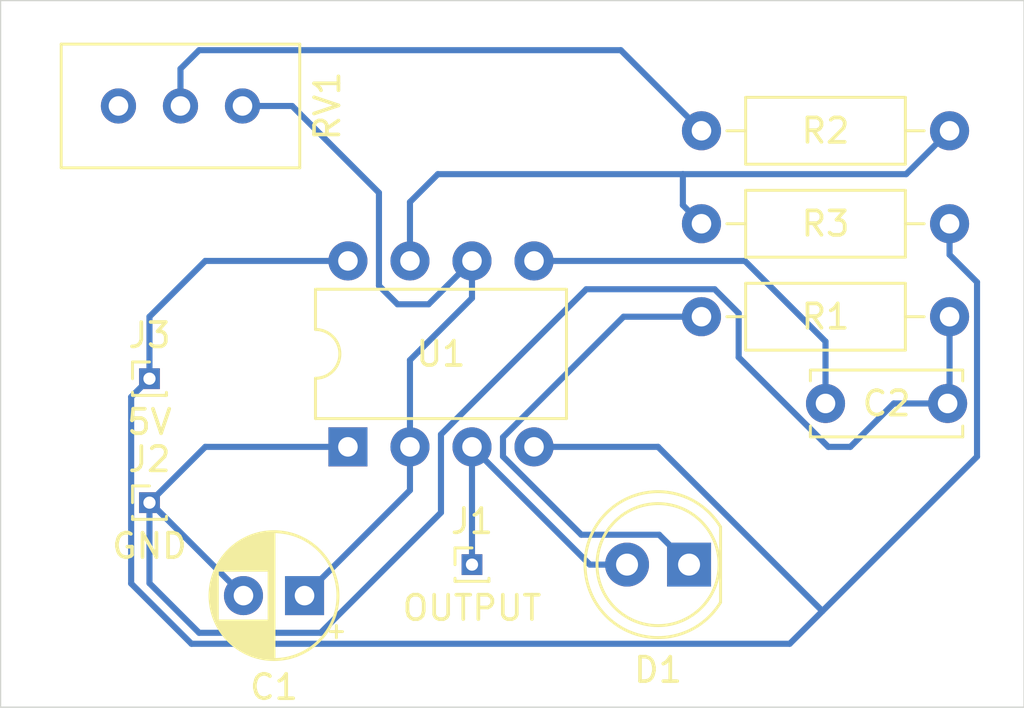
<source format=kicad_pcb>
(kicad_pcb (version 20171130) (host pcbnew "(5.1.6)-1")

  (general
    (thickness 1.6)
    (drawings 4)
    (tracks 67)
    (zones 0)
    (modules 11)
    (nets 10)
  )

  (page A4)
  (layers
    (0 F.Cu signal)
    (31 B.Cu signal)
    (32 B.Adhes user hide)
    (33 F.Adhes user hide)
    (34 B.Paste user hide)
    (35 F.Paste user hide)
    (36 B.SilkS user hide)
    (37 F.SilkS user)
    (38 B.Mask user)
    (39 F.Mask user)
    (40 Dwgs.User user hide)
    (41 Cmts.User user hide)
    (42 Eco1.User user hide)
    (43 Eco2.User user hide)
    (44 Edge.Cuts user)
    (45 Margin user hide)
    (46 B.CrtYd user hide)
    (47 F.CrtYd user hide)
    (48 B.Fab user hide)
    (49 F.Fab user hide)
  )

  (setup
    (last_trace_width 0.25)
    (trace_clearance 0.2)
    (zone_clearance 0.508)
    (zone_45_only no)
    (trace_min 0.2)
    (via_size 0.8)
    (via_drill 0.4)
    (via_min_size 0.4)
    (via_min_drill 0.3)
    (uvia_size 0.3)
    (uvia_drill 0.1)
    (uvias_allowed no)
    (uvia_min_size 0.2)
    (uvia_min_drill 0.1)
    (edge_width 0.05)
    (segment_width 0.2)
    (pcb_text_width 0.3)
    (pcb_text_size 1.5 1.5)
    (mod_edge_width 0.12)
    (mod_text_size 1 1)
    (mod_text_width 0.15)
    (pad_size 1.524 1.524)
    (pad_drill 0.762)
    (pad_to_mask_clearance 0.05)
    (aux_axis_origin 0 0)
    (visible_elements 7FFFFFFF)
    (pcbplotparams
      (layerselection 0x010f0_ffffffff)
      (usegerberextensions false)
      (usegerberattributes true)
      (usegerberadvancedattributes true)
      (creategerberjobfile true)
      (excludeedgelayer true)
      (linewidth 0.100000)
      (plotframeref false)
      (viasonmask false)
      (mode 1)
      (useauxorigin false)
      (hpglpennumber 1)
      (hpglpenspeed 20)
      (hpglpendiameter 15.000000)
      (psnegative false)
      (psa4output false)
      (plotreference true)
      (plotvalue true)
      (plotinvisibletext false)
      (padsonsilk false)
      (subtractmaskfromsilk false)
      (outputformat 1)
      (mirror false)
      (drillshape 0)
      (scaleselection 1)
      (outputdirectory "./"))
  )

  (net 0 "")
  (net 1 "Net-(C1-Pad1)")
  (net 2 GND)
  (net 3 "Net-(C2-Pad1)")
  (net 4 "Net-(D1-Pad2)")
  (net 5 "Net-(R2-Pad1)")
  (net 6 "Net-(R2-Pad2)")
  (net 7 +5V)
  (net 8 "Net-(RV1-Pad3)")
  (net 9 "Net-(D1-Pad1)")

  (net_class Default "This is the default net class."
    (clearance 0.2)
    (trace_width 0.25)
    (via_dia 0.8)
    (via_drill 0.4)
    (uvia_dia 0.3)
    (uvia_drill 0.1)
    (add_net +5V)
    (add_net GND)
    (add_net "Net-(C1-Pad1)")
    (add_net "Net-(C2-Pad1)")
    (add_net "Net-(D1-Pad1)")
    (add_net "Net-(D1-Pad2)")
    (add_net "Net-(R2-Pad1)")
    (add_net "Net-(R2-Pad2)")
    (add_net "Net-(RV1-Pad3)")
  )

  (module Resistor_THT:R_Axial_DIN0207_L6.3mm_D2.5mm_P10.16mm_Horizontal (layer F.Cu) (tedit 5AE5139B) (tstamp 5F6E7F2A)
    (at 144.526 69.596)
    (descr "Resistor, Axial_DIN0207 series, Axial, Horizontal, pin pitch=10.16mm, 0.25W = 1/4W, length*diameter=6.3*2.5mm^2, http://cdn-reichelt.de/documents/datenblatt/B400/1_4W%23YAG.pdf")
    (tags "Resistor Axial_DIN0207 series Axial Horizontal pin pitch 10.16mm 0.25W = 1/4W length 6.3mm diameter 2.5mm")
    (path /5F70EA99)
    (fp_text reference R2 (at 5.08 -2.37) (layer F.Fab) hide
      (effects (font (size 1 1) (thickness 0.15)))
    )
    (fp_text value 1K (at 5.08 2.37) (layer F.Fab) hide
      (effects (font (size 1 1) (thickness 0.15)))
    )
    (fp_line (start 1.93 -1.25) (end 1.93 1.25) (layer F.Fab) (width 0.1))
    (fp_line (start 1.93 1.25) (end 8.23 1.25) (layer F.Fab) (width 0.1))
    (fp_line (start 8.23 1.25) (end 8.23 -1.25) (layer F.Fab) (width 0.1))
    (fp_line (start 8.23 -1.25) (end 1.93 -1.25) (layer F.Fab) (width 0.1))
    (fp_line (start 0 0) (end 1.93 0) (layer F.Fab) (width 0.1))
    (fp_line (start 10.16 0) (end 8.23 0) (layer F.Fab) (width 0.1))
    (fp_line (start 1.81 -1.37) (end 1.81 1.37) (layer F.SilkS) (width 0.12))
    (fp_line (start 1.81 1.37) (end 8.35 1.37) (layer F.SilkS) (width 0.12))
    (fp_line (start 8.35 1.37) (end 8.35 -1.37) (layer F.SilkS) (width 0.12))
    (fp_line (start 8.35 -1.37) (end 1.81 -1.37) (layer F.SilkS) (width 0.12))
    (fp_line (start 1.04 0) (end 1.81 0) (layer F.SilkS) (width 0.12))
    (fp_line (start 9.12 0) (end 8.35 0) (layer F.SilkS) (width 0.12))
    (fp_line (start -1.05 -1.5) (end -1.05 1.5) (layer F.CrtYd) (width 0.05))
    (fp_line (start -1.05 1.5) (end 11.21 1.5) (layer F.CrtYd) (width 0.05))
    (fp_line (start 11.21 1.5) (end 11.21 -1.5) (layer F.CrtYd) (width 0.05))
    (fp_line (start 11.21 -1.5) (end -1.05 -1.5) (layer F.CrtYd) (width 0.05))
    (fp_text user %R (at 5.08 0) (layer F.SilkS)
      (effects (font (size 1 1) (thickness 0.15)))
    )
    (pad 1 thru_hole circle (at 0 0) (size 1.6 1.6) (drill 0.8) (layers *.Cu *.Mask)
      (net 5 "Net-(R2-Pad1)"))
    (pad 2 thru_hole oval (at 10.16 0) (size 1.6 1.6) (drill 0.8) (layers *.Cu *.Mask)
      (net 6 "Net-(R2-Pad2)"))
    (model ${KISYS3DMOD}/Resistor_THT.3dshapes/R_Axial_DIN0207_L6.3mm_D2.5mm_P10.16mm_Horizontal.wrl
      (at (xyz 0 0 0))
      (scale (xyz 1 1 1))
      (rotate (xyz 0 0 0))
    )
  )

  (module Capacitor_THT:CP_Radial_D5.0mm_P2.50mm (layer F.Cu) (tedit 5AE50EF0) (tstamp 5F6E7ED6)
    (at 128.27 88.646 180)
    (descr "CP, Radial series, Radial, pin pitch=2.50mm, , diameter=5mm, Electrolytic Capacitor")
    (tags "CP Radial series Radial pin pitch 2.50mm  diameter 5mm Electrolytic Capacitor")
    (path /5F714BA0)
    (fp_text reference C1 (at 1.25 -3.75) (layer F.SilkS)
      (effects (font (size 1 1) (thickness 0.15)))
    )
    (fp_text value 1uF (at 1.25 3.75) (layer F.Fab)
      (effects (font (size 1 1) (thickness 0.15)))
    )
    (fp_circle (center 1.25 0) (end 3.75 0) (layer F.Fab) (width 0.1))
    (fp_circle (center 1.25 0) (end 3.87 0) (layer F.SilkS) (width 0.12))
    (fp_circle (center 1.25 0) (end 4 0) (layer F.CrtYd) (width 0.05))
    (fp_line (start -0.883605 -1.0875) (end -0.383605 -1.0875) (layer F.Fab) (width 0.1))
    (fp_line (start -0.633605 -1.3375) (end -0.633605 -0.8375) (layer F.Fab) (width 0.1))
    (fp_line (start 1.25 -2.58) (end 1.25 2.58) (layer F.SilkS) (width 0.12))
    (fp_line (start 1.29 -2.58) (end 1.29 2.58) (layer F.SilkS) (width 0.12))
    (fp_line (start 1.33 -2.579) (end 1.33 2.579) (layer F.SilkS) (width 0.12))
    (fp_line (start 1.37 -2.578) (end 1.37 2.578) (layer F.SilkS) (width 0.12))
    (fp_line (start 1.41 -2.576) (end 1.41 2.576) (layer F.SilkS) (width 0.12))
    (fp_line (start 1.45 -2.573) (end 1.45 2.573) (layer F.SilkS) (width 0.12))
    (fp_line (start 1.49 -2.569) (end 1.49 -1.04) (layer F.SilkS) (width 0.12))
    (fp_line (start 1.49 1.04) (end 1.49 2.569) (layer F.SilkS) (width 0.12))
    (fp_line (start 1.53 -2.565) (end 1.53 -1.04) (layer F.SilkS) (width 0.12))
    (fp_line (start 1.53 1.04) (end 1.53 2.565) (layer F.SilkS) (width 0.12))
    (fp_line (start 1.57 -2.561) (end 1.57 -1.04) (layer F.SilkS) (width 0.12))
    (fp_line (start 1.57 1.04) (end 1.57 2.561) (layer F.SilkS) (width 0.12))
    (fp_line (start 1.61 -2.556) (end 1.61 -1.04) (layer F.SilkS) (width 0.12))
    (fp_line (start 1.61 1.04) (end 1.61 2.556) (layer F.SilkS) (width 0.12))
    (fp_line (start 1.65 -2.55) (end 1.65 -1.04) (layer F.SilkS) (width 0.12))
    (fp_line (start 1.65 1.04) (end 1.65 2.55) (layer F.SilkS) (width 0.12))
    (fp_line (start 1.69 -2.543) (end 1.69 -1.04) (layer F.SilkS) (width 0.12))
    (fp_line (start 1.69 1.04) (end 1.69 2.543) (layer F.SilkS) (width 0.12))
    (fp_line (start 1.73 -2.536) (end 1.73 -1.04) (layer F.SilkS) (width 0.12))
    (fp_line (start 1.73 1.04) (end 1.73 2.536) (layer F.SilkS) (width 0.12))
    (fp_line (start 1.77 -2.528) (end 1.77 -1.04) (layer F.SilkS) (width 0.12))
    (fp_line (start 1.77 1.04) (end 1.77 2.528) (layer F.SilkS) (width 0.12))
    (fp_line (start 1.81 -2.52) (end 1.81 -1.04) (layer F.SilkS) (width 0.12))
    (fp_line (start 1.81 1.04) (end 1.81 2.52) (layer F.SilkS) (width 0.12))
    (fp_line (start 1.85 -2.511) (end 1.85 -1.04) (layer F.SilkS) (width 0.12))
    (fp_line (start 1.85 1.04) (end 1.85 2.511) (layer F.SilkS) (width 0.12))
    (fp_line (start 1.89 -2.501) (end 1.89 -1.04) (layer F.SilkS) (width 0.12))
    (fp_line (start 1.89 1.04) (end 1.89 2.501) (layer F.SilkS) (width 0.12))
    (fp_line (start 1.93 -2.491) (end 1.93 -1.04) (layer F.SilkS) (width 0.12))
    (fp_line (start 1.93 1.04) (end 1.93 2.491) (layer F.SilkS) (width 0.12))
    (fp_line (start 1.971 -2.48) (end 1.971 -1.04) (layer F.SilkS) (width 0.12))
    (fp_line (start 1.971 1.04) (end 1.971 2.48) (layer F.SilkS) (width 0.12))
    (fp_line (start 2.011 -2.468) (end 2.011 -1.04) (layer F.SilkS) (width 0.12))
    (fp_line (start 2.011 1.04) (end 2.011 2.468) (layer F.SilkS) (width 0.12))
    (fp_line (start 2.051 -2.455) (end 2.051 -1.04) (layer F.SilkS) (width 0.12))
    (fp_line (start 2.051 1.04) (end 2.051 2.455) (layer F.SilkS) (width 0.12))
    (fp_line (start 2.091 -2.442) (end 2.091 -1.04) (layer F.SilkS) (width 0.12))
    (fp_line (start 2.091 1.04) (end 2.091 2.442) (layer F.SilkS) (width 0.12))
    (fp_line (start 2.131 -2.428) (end 2.131 -1.04) (layer F.SilkS) (width 0.12))
    (fp_line (start 2.131 1.04) (end 2.131 2.428) (layer F.SilkS) (width 0.12))
    (fp_line (start 2.171 -2.414) (end 2.171 -1.04) (layer F.SilkS) (width 0.12))
    (fp_line (start 2.171 1.04) (end 2.171 2.414) (layer F.SilkS) (width 0.12))
    (fp_line (start 2.211 -2.398) (end 2.211 -1.04) (layer F.SilkS) (width 0.12))
    (fp_line (start 2.211 1.04) (end 2.211 2.398) (layer F.SilkS) (width 0.12))
    (fp_line (start 2.251 -2.382) (end 2.251 -1.04) (layer F.SilkS) (width 0.12))
    (fp_line (start 2.251 1.04) (end 2.251 2.382) (layer F.SilkS) (width 0.12))
    (fp_line (start 2.291 -2.365) (end 2.291 -1.04) (layer F.SilkS) (width 0.12))
    (fp_line (start 2.291 1.04) (end 2.291 2.365) (layer F.SilkS) (width 0.12))
    (fp_line (start 2.331 -2.348) (end 2.331 -1.04) (layer F.SilkS) (width 0.12))
    (fp_line (start 2.331 1.04) (end 2.331 2.348) (layer F.SilkS) (width 0.12))
    (fp_line (start 2.371 -2.329) (end 2.371 -1.04) (layer F.SilkS) (width 0.12))
    (fp_line (start 2.371 1.04) (end 2.371 2.329) (layer F.SilkS) (width 0.12))
    (fp_line (start 2.411 -2.31) (end 2.411 -1.04) (layer F.SilkS) (width 0.12))
    (fp_line (start 2.411 1.04) (end 2.411 2.31) (layer F.SilkS) (width 0.12))
    (fp_line (start 2.451 -2.29) (end 2.451 -1.04) (layer F.SilkS) (width 0.12))
    (fp_line (start 2.451 1.04) (end 2.451 2.29) (layer F.SilkS) (width 0.12))
    (fp_line (start 2.491 -2.268) (end 2.491 -1.04) (layer F.SilkS) (width 0.12))
    (fp_line (start 2.491 1.04) (end 2.491 2.268) (layer F.SilkS) (width 0.12))
    (fp_line (start 2.531 -2.247) (end 2.531 -1.04) (layer F.SilkS) (width 0.12))
    (fp_line (start 2.531 1.04) (end 2.531 2.247) (layer F.SilkS) (width 0.12))
    (fp_line (start 2.571 -2.224) (end 2.571 -1.04) (layer F.SilkS) (width 0.12))
    (fp_line (start 2.571 1.04) (end 2.571 2.224) (layer F.SilkS) (width 0.12))
    (fp_line (start 2.611 -2.2) (end 2.611 -1.04) (layer F.SilkS) (width 0.12))
    (fp_line (start 2.611 1.04) (end 2.611 2.2) (layer F.SilkS) (width 0.12))
    (fp_line (start 2.651 -2.175) (end 2.651 -1.04) (layer F.SilkS) (width 0.12))
    (fp_line (start 2.651 1.04) (end 2.651 2.175) (layer F.SilkS) (width 0.12))
    (fp_line (start 2.691 -2.149) (end 2.691 -1.04) (layer F.SilkS) (width 0.12))
    (fp_line (start 2.691 1.04) (end 2.691 2.149) (layer F.SilkS) (width 0.12))
    (fp_line (start 2.731 -2.122) (end 2.731 -1.04) (layer F.SilkS) (width 0.12))
    (fp_line (start 2.731 1.04) (end 2.731 2.122) (layer F.SilkS) (width 0.12))
    (fp_line (start 2.771 -2.095) (end 2.771 -1.04) (layer F.SilkS) (width 0.12))
    (fp_line (start 2.771 1.04) (end 2.771 2.095) (layer F.SilkS) (width 0.12))
    (fp_line (start 2.811 -2.065) (end 2.811 -1.04) (layer F.SilkS) (width 0.12))
    (fp_line (start 2.811 1.04) (end 2.811 2.065) (layer F.SilkS) (width 0.12))
    (fp_line (start 2.851 -2.035) (end 2.851 -1.04) (layer F.SilkS) (width 0.12))
    (fp_line (start 2.851 1.04) (end 2.851 2.035) (layer F.SilkS) (width 0.12))
    (fp_line (start 2.891 -2.004) (end 2.891 -1.04) (layer F.SilkS) (width 0.12))
    (fp_line (start 2.891 1.04) (end 2.891 2.004) (layer F.SilkS) (width 0.12))
    (fp_line (start 2.931 -1.971) (end 2.931 -1.04) (layer F.SilkS) (width 0.12))
    (fp_line (start 2.931 1.04) (end 2.931 1.971) (layer F.SilkS) (width 0.12))
    (fp_line (start 2.971 -1.937) (end 2.971 -1.04) (layer F.SilkS) (width 0.12))
    (fp_line (start 2.971 1.04) (end 2.971 1.937) (layer F.SilkS) (width 0.12))
    (fp_line (start 3.011 -1.901) (end 3.011 -1.04) (layer F.SilkS) (width 0.12))
    (fp_line (start 3.011 1.04) (end 3.011 1.901) (layer F.SilkS) (width 0.12))
    (fp_line (start 3.051 -1.864) (end 3.051 -1.04) (layer F.SilkS) (width 0.12))
    (fp_line (start 3.051 1.04) (end 3.051 1.864) (layer F.SilkS) (width 0.12))
    (fp_line (start 3.091 -1.826) (end 3.091 -1.04) (layer F.SilkS) (width 0.12))
    (fp_line (start 3.091 1.04) (end 3.091 1.826) (layer F.SilkS) (width 0.12))
    (fp_line (start 3.131 -1.785) (end 3.131 -1.04) (layer F.SilkS) (width 0.12))
    (fp_line (start 3.131 1.04) (end 3.131 1.785) (layer F.SilkS) (width 0.12))
    (fp_line (start 3.171 -1.743) (end 3.171 -1.04) (layer F.SilkS) (width 0.12))
    (fp_line (start 3.171 1.04) (end 3.171 1.743) (layer F.SilkS) (width 0.12))
    (fp_line (start 3.211 -1.699) (end 3.211 -1.04) (layer F.SilkS) (width 0.12))
    (fp_line (start 3.211 1.04) (end 3.211 1.699) (layer F.SilkS) (width 0.12))
    (fp_line (start 3.251 -1.653) (end 3.251 -1.04) (layer F.SilkS) (width 0.12))
    (fp_line (start 3.251 1.04) (end 3.251 1.653) (layer F.SilkS) (width 0.12))
    (fp_line (start 3.291 -1.605) (end 3.291 -1.04) (layer F.SilkS) (width 0.12))
    (fp_line (start 3.291 1.04) (end 3.291 1.605) (layer F.SilkS) (width 0.12))
    (fp_line (start 3.331 -1.554) (end 3.331 -1.04) (layer F.SilkS) (width 0.12))
    (fp_line (start 3.331 1.04) (end 3.331 1.554) (layer F.SilkS) (width 0.12))
    (fp_line (start 3.371 -1.5) (end 3.371 -1.04) (layer F.SilkS) (width 0.12))
    (fp_line (start 3.371 1.04) (end 3.371 1.5) (layer F.SilkS) (width 0.12))
    (fp_line (start 3.411 -1.443) (end 3.411 -1.04) (layer F.SilkS) (width 0.12))
    (fp_line (start 3.411 1.04) (end 3.411 1.443) (layer F.SilkS) (width 0.12))
    (fp_line (start 3.451 -1.383) (end 3.451 -1.04) (layer F.SilkS) (width 0.12))
    (fp_line (start 3.451 1.04) (end 3.451 1.383) (layer F.SilkS) (width 0.12))
    (fp_line (start 3.491 -1.319) (end 3.491 -1.04) (layer F.SilkS) (width 0.12))
    (fp_line (start 3.491 1.04) (end 3.491 1.319) (layer F.SilkS) (width 0.12))
    (fp_line (start 3.531 -1.251) (end 3.531 -1.04) (layer F.SilkS) (width 0.12))
    (fp_line (start 3.531 1.04) (end 3.531 1.251) (layer F.SilkS) (width 0.12))
    (fp_line (start 3.571 -1.178) (end 3.571 1.178) (layer F.SilkS) (width 0.12))
    (fp_line (start 3.611 -1.098) (end 3.611 1.098) (layer F.SilkS) (width 0.12))
    (fp_line (start 3.651 -1.011) (end 3.651 1.011) (layer F.SilkS) (width 0.12))
    (fp_line (start 3.691 -0.915) (end 3.691 0.915) (layer F.SilkS) (width 0.12))
    (fp_line (start 3.731 -0.805) (end 3.731 0.805) (layer F.SilkS) (width 0.12))
    (fp_line (start 3.771 -0.677) (end 3.771 0.677) (layer F.SilkS) (width 0.12))
    (fp_line (start 3.811 -0.518) (end 3.811 0.518) (layer F.SilkS) (width 0.12))
    (fp_line (start 3.851 -0.284) (end 3.851 0.284) (layer F.SilkS) (width 0.12))
    (fp_line (start -1.554775 -1.475) (end -1.054775 -1.475) (layer F.SilkS) (width 0.12))
    (fp_line (start -1.304775 -1.725) (end -1.304775 -1.225) (layer F.SilkS) (width 0.12))
    (fp_text user %R (at 1.25 0) (layer F.Fab)
      (effects (font (size 1 1) (thickness 0.15)))
    )
    (pad 1 thru_hole rect (at 0 0 180) (size 1.6 1.6) (drill 0.8) (layers *.Cu *.Mask)
      (net 1 "Net-(C1-Pad1)"))
    (pad 2 thru_hole circle (at 2.5 0 180) (size 1.6 1.6) (drill 0.8) (layers *.Cu *.Mask)
      (net 2 GND))
    (model ${KISYS3DMOD}/Capacitor_THT.3dshapes/CP_Radial_D5.0mm_P2.50mm.wrl
      (at (xyz 0 0 0))
      (scale (xyz 1 1 1))
      (rotate (xyz 0 0 0))
    )
  )

  (module Capacitor_THT:C_Disc_D6.0mm_W2.5mm_P5.00mm (layer F.Cu) (tedit 5AE50EF0) (tstamp 5F6EB7BF)
    (at 149.606 80.772)
    (descr "C, Disc series, Radial, pin pitch=5.00mm, , diameter*width=6*2.5mm^2, Capacitor, http://cdn-reichelt.de/documents/datenblatt/B300/DS_KERKO_TC.pdf")
    (tags "C Disc series Radial pin pitch 5.00mm  diameter 6mm width 2.5mm Capacitor")
    (path /5F715B8E)
    (fp_text reference C2 (at 2.5 -2.5) (layer F.Fab) hide
      (effects (font (size 1 1) (thickness 0.15)))
    )
    (fp_text value 0.01uF (at 2.5 2.5) (layer F.Fab)
      (effects (font (size 1 1) (thickness 0.15)))
    )
    (fp_line (start -0.5 -1.25) (end -0.5 1.25) (layer F.Fab) (width 0.1))
    (fp_line (start -0.5 1.25) (end 5.5 1.25) (layer F.Fab) (width 0.1))
    (fp_line (start 5.5 1.25) (end 5.5 -1.25) (layer F.Fab) (width 0.1))
    (fp_line (start 5.5 -1.25) (end -0.5 -1.25) (layer F.Fab) (width 0.1))
    (fp_line (start -0.62 -1.37) (end 5.62 -1.37) (layer F.SilkS) (width 0.12))
    (fp_line (start -0.62 1.37) (end 5.62 1.37) (layer F.SilkS) (width 0.12))
    (fp_line (start -0.62 -1.37) (end -0.62 -0.925) (layer F.SilkS) (width 0.12))
    (fp_line (start -0.62 0.925) (end -0.62 1.37) (layer F.SilkS) (width 0.12))
    (fp_line (start 5.62 -1.37) (end 5.62 -0.925) (layer F.SilkS) (width 0.12))
    (fp_line (start 5.62 0.925) (end 5.62 1.37) (layer F.SilkS) (width 0.12))
    (fp_line (start -1.05 -1.5) (end -1.05 1.5) (layer F.CrtYd) (width 0.05))
    (fp_line (start -1.05 1.5) (end 6.05 1.5) (layer F.CrtYd) (width 0.05))
    (fp_line (start 6.05 1.5) (end 6.05 -1.5) (layer F.CrtYd) (width 0.05))
    (fp_line (start 6.05 -1.5) (end -1.05 -1.5) (layer F.CrtYd) (width 0.05))
    (fp_text user %R (at 2.5 0) (layer F.SilkS)
      (effects (font (size 1 1) (thickness 0.15)))
    )
    (pad 1 thru_hole circle (at 0 0) (size 1.6 1.6) (drill 0.8) (layers *.Cu *.Mask)
      (net 3 "Net-(C2-Pad1)"))
    (pad 2 thru_hole circle (at 5 0) (size 1.6 1.6) (drill 0.8) (layers *.Cu *.Mask)
      (net 2 GND))
    (model ${KISYS3DMOD}/Capacitor_THT.3dshapes/C_Disc_D6.0mm_W2.5mm_P5.00mm.wrl
      (at (xyz 0 0 0))
      (scale (xyz 1 1 1))
      (rotate (xyz 0 0 0))
    )
  )

  (module LED_THT:LED_D5.0mm (layer F.Cu) (tedit 5995936A) (tstamp 5F6E7EFD)
    (at 144.018 87.376 180)
    (descr "LED, diameter 5.0mm, 2 pins, http://cdn-reichelt.de/documents/datenblatt/A500/LL-504BC2E-009.pdf")
    (tags "LED diameter 5.0mm 2 pins")
    (path /5F7179E4)
    (fp_text reference D1 (at 1.27 -4.318) (layer F.SilkS)
      (effects (font (size 1 1) (thickness 0.15)))
    )
    (fp_text value YELLOW (at 1.27 3.96) (layer F.Fab) hide
      (effects (font (size 1 1) (thickness 0.15)))
    )
    (fp_circle (center 1.27 0) (end 3.77 0) (layer F.Fab) (width 0.1))
    (fp_circle (center 1.27 0) (end 3.77 0) (layer F.SilkS) (width 0.12))
    (fp_line (start -1.23 -1.469694) (end -1.23 1.469694) (layer F.Fab) (width 0.1))
    (fp_line (start -1.29 -1.545) (end -1.29 1.545) (layer F.SilkS) (width 0.12))
    (fp_line (start -1.95 -3.25) (end -1.95 3.25) (layer F.CrtYd) (width 0.05))
    (fp_line (start -1.95 3.25) (end 4.5 3.25) (layer F.CrtYd) (width 0.05))
    (fp_line (start 4.5 3.25) (end 4.5 -3.25) (layer F.CrtYd) (width 0.05))
    (fp_line (start 4.5 -3.25) (end -1.95 -3.25) (layer F.CrtYd) (width 0.05))
    (fp_arc (start 1.27 0) (end -1.23 -1.469694) (angle 299.1) (layer F.Fab) (width 0.1))
    (fp_arc (start 1.27 0) (end -1.29 -1.54483) (angle 148.9) (layer F.SilkS) (width 0.12))
    (fp_arc (start 1.27 0) (end -1.29 1.54483) (angle -148.9) (layer F.SilkS) (width 0.12))
    (fp_text user %R (at 1.25 0) (layer F.Fab)
      (effects (font (size 0.8 0.8) (thickness 0.2)))
    )
    (pad 1 thru_hole rect (at 0 0 180) (size 1.8 1.8) (drill 0.9) (layers *.Cu *.Mask)
      (net 9 "Net-(D1-Pad1)"))
    (pad 2 thru_hole circle (at 2.54 0 180) (size 1.8 1.8) (drill 0.9) (layers *.Cu *.Mask)
      (net 4 "Net-(D1-Pad2)"))
    (model ${KISYS3DMOD}/LED_THT.3dshapes/LED_D5.0mm.wrl
      (at (xyz 0 0 0))
      (scale (xyz 1 1 1))
      (rotate (xyz 0 0 0))
    )
  )

  (module Connector_PinHeader_1.00mm:PinHeader_1x01_P1.00mm_Vertical (layer F.Cu) (tedit 59FED738) (tstamp 5F6EB4EE)
    (at 135.128 87.376)
    (descr "Through hole straight pin header, 1x01, 1.00mm pitch, single row")
    (tags "Through hole pin header THT 1x01 1.00mm single row")
    (path /5F71B831)
    (fp_text reference J1 (at 0 -1.778) (layer F.SilkS)
      (effects (font (size 1 1) (thickness 0.15)))
    )
    (fp_text value OUTPUT (at 0 1.778) (layer F.SilkS)
      (effects (font (size 1 1) (thickness 0.15)))
    )
    (fp_line (start -0.3175 -0.5) (end 0.635 -0.5) (layer F.Fab) (width 0.1))
    (fp_line (start 0.635 -0.5) (end 0.635 0.5) (layer F.Fab) (width 0.1))
    (fp_line (start 0.635 0.5) (end -0.635 0.5) (layer F.Fab) (width 0.1))
    (fp_line (start -0.635 0.5) (end -0.635 -0.1825) (layer F.Fab) (width 0.1))
    (fp_line (start -0.635 -0.1825) (end -0.3175 -0.5) (layer F.Fab) (width 0.1))
    (fp_line (start -0.695 0.685) (end 0.695 0.685) (layer F.SilkS) (width 0.12))
    (fp_line (start -0.695 0.685) (end -0.695 0.56) (layer F.SilkS) (width 0.12))
    (fp_line (start 0.695 0.685) (end 0.695 0.56) (layer F.SilkS) (width 0.12))
    (fp_line (start -0.695 0.685) (end -0.608276 0.685) (layer F.SilkS) (width 0.12))
    (fp_line (start 0.608276 0.685) (end 0.695 0.685) (layer F.SilkS) (width 0.12))
    (fp_line (start -0.695 0) (end -0.695 -0.685) (layer F.SilkS) (width 0.12))
    (fp_line (start -0.695 -0.685) (end 0 -0.685) (layer F.SilkS) (width 0.12))
    (fp_line (start -1.15 -1) (end -1.15 1) (layer F.CrtYd) (width 0.05))
    (fp_line (start -1.15 1) (end 1.15 1) (layer F.CrtYd) (width 0.05))
    (fp_line (start 1.15 1) (end 1.15 -1) (layer F.CrtYd) (width 0.05))
    (fp_line (start 1.15 -1) (end -1.15 -1) (layer F.CrtYd) (width 0.05))
    (fp_text user %R (at 0 0 90) (layer F.Fab)
      (effects (font (size 0.76 0.76) (thickness 0.114)))
    )
    (pad 1 thru_hole rect (at 0 0) (size 0.85 0.85) (drill 0.5) (layers *.Cu *.Mask)
      (net 4 "Net-(D1-Pad2)"))
    (model ${KISYS3DMOD}/Connector_PinHeader_1.00mm.3dshapes/PinHeader_1x01_P1.00mm_Vertical.wrl
      (at (xyz 0 0 0))
      (scale (xyz 1 1 1))
      (rotate (xyz 0 0 0))
    )
  )

  (module Resistor_THT:R_Axial_DIN0207_L6.3mm_D2.5mm_P10.16mm_Horizontal (layer F.Cu) (tedit 5AE5139B) (tstamp 5F6E7F41)
    (at 154.686 73.406 180)
    (descr "Resistor, Axial_DIN0207 series, Axial, Horizontal, pin pitch=10.16mm, 0.25W = 1/4W, length*diameter=6.3*2.5mm^2, http://cdn-reichelt.de/documents/datenblatt/B400/1_4W%23YAG.pdf")
    (tags "Resistor Axial_DIN0207 series Axial Horizontal pin pitch 10.16mm 0.25W = 1/4W length 6.3mm diameter 2.5mm")
    (path /5F70F5AD)
    (fp_text reference R3 (at 5.08 -2.37) (layer F.Fab) hide
      (effects (font (size 1 1) (thickness 0.15)))
    )
    (fp_text value 1K (at 5.08 2.37) (layer F.Fab) hide
      (effects (font (size 1 1) (thickness 0.15)))
    )
    (fp_line (start 11.21 -1.5) (end -1.05 -1.5) (layer F.CrtYd) (width 0.05))
    (fp_line (start 11.21 1.5) (end 11.21 -1.5) (layer F.CrtYd) (width 0.05))
    (fp_line (start -1.05 1.5) (end 11.21 1.5) (layer F.CrtYd) (width 0.05))
    (fp_line (start -1.05 -1.5) (end -1.05 1.5) (layer F.CrtYd) (width 0.05))
    (fp_line (start 9.12 0) (end 8.35 0) (layer F.SilkS) (width 0.12))
    (fp_line (start 1.04 0) (end 1.81 0) (layer F.SilkS) (width 0.12))
    (fp_line (start 8.35 -1.37) (end 1.81 -1.37) (layer F.SilkS) (width 0.12))
    (fp_line (start 8.35 1.37) (end 8.35 -1.37) (layer F.SilkS) (width 0.12))
    (fp_line (start 1.81 1.37) (end 8.35 1.37) (layer F.SilkS) (width 0.12))
    (fp_line (start 1.81 -1.37) (end 1.81 1.37) (layer F.SilkS) (width 0.12))
    (fp_line (start 10.16 0) (end 8.23 0) (layer F.Fab) (width 0.1))
    (fp_line (start 0 0) (end 1.93 0) (layer F.Fab) (width 0.1))
    (fp_line (start 8.23 -1.25) (end 1.93 -1.25) (layer F.Fab) (width 0.1))
    (fp_line (start 8.23 1.25) (end 8.23 -1.25) (layer F.Fab) (width 0.1))
    (fp_line (start 1.93 1.25) (end 8.23 1.25) (layer F.Fab) (width 0.1))
    (fp_line (start 1.93 -1.25) (end 1.93 1.25) (layer F.Fab) (width 0.1))
    (fp_text user %R (at 5.08 0) (layer F.SilkS)
      (effects (font (size 1 1) (thickness 0.15)))
    )
    (pad 2 thru_hole oval (at 10.16 0 180) (size 1.6 1.6) (drill 0.8) (layers *.Cu *.Mask)
      (net 6 "Net-(R2-Pad2)"))
    (pad 1 thru_hole circle (at 0 0 180) (size 1.6 1.6) (drill 0.8) (layers *.Cu *.Mask)
      (net 7 +5V))
    (model ${KISYS3DMOD}/Resistor_THT.3dshapes/R_Axial_DIN0207_L6.3mm_D2.5mm_P10.16mm_Horizontal.wrl
      (at (xyz 0 0 0))
      (scale (xyz 1 1 1))
      (rotate (xyz 0 0 0))
    )
  )

  (module Potentiometer_THT:Potentiometer_Bourns_3386C_Horizontal (layer F.Cu) (tedit 5AA07388) (tstamp 5F6E89C1)
    (at 125.73 68.58 270)
    (descr "Potentiometer, horizontal, Bourns 3386C, https://www.bourns.com/pdfs/3386.pdf")
    (tags "Potentiometer horizontal Bourns 3386C")
    (path /5F70DA65)
    (fp_text reference RV1 (at 0 -3.475 90) (layer F.SilkS)
      (effects (font (size 1 1) (thickness 0.15)))
    )
    (fp_text value 1M (at 0 8.555 90) (layer F.Fab) hide
      (effects (font (size 1 1) (thickness 0.15)))
    )
    (fp_line (start 2.415 -2.225) (end 2.415 7.305) (layer F.Fab) (width 0.1))
    (fp_line (start 2.415 7.305) (end -2.415 7.305) (layer F.Fab) (width 0.1))
    (fp_line (start -2.415 7.305) (end -2.415 -2.225) (layer F.Fab) (width 0.1))
    (fp_line (start -2.415 -2.225) (end 2.415 -2.225) (layer F.Fab) (width 0.1))
    (fp_line (start -2.535 -2.345) (end 2.535 -2.345) (layer F.SilkS) (width 0.12))
    (fp_line (start -2.535 7.425) (end 2.535 7.425) (layer F.SilkS) (width 0.12))
    (fp_line (start 2.535 -2.345) (end 2.535 7.425) (layer F.SilkS) (width 0.12))
    (fp_line (start -2.535 -2.345) (end -2.535 7.425) (layer F.SilkS) (width 0.12))
    (fp_line (start -2.67 -2.48) (end -2.67 7.56) (layer F.CrtYd) (width 0.05))
    (fp_line (start -2.67 7.56) (end 2.67 7.56) (layer F.CrtYd) (width 0.05))
    (fp_line (start 2.67 7.56) (end 2.67 -2.48) (layer F.CrtYd) (width 0.05))
    (fp_line (start 2.67 -2.48) (end -2.67 -2.48) (layer F.CrtYd) (width 0.05))
    (fp_text user %R (at 0 2.54 90) (layer F.Fab) hide
      (effects (font (size 1 1) (thickness 0.15)))
    )
    (pad 3 thru_hole circle (at 0 5.08 270) (size 1.44 1.44) (drill 0.8) (layers *.Cu *.Mask)
      (net 8 "Net-(RV1-Pad3)"))
    (pad 2 thru_hole circle (at 0 2.54 270) (size 1.44 1.44) (drill 0.8) (layers *.Cu *.Mask)
      (net 5 "Net-(R2-Pad1)"))
    (pad 1 thru_hole circle (at 0 0 270) (size 1.44 1.44) (drill 0.8) (layers *.Cu *.Mask)
      (net 1 "Net-(C1-Pad1)"))
    (model ${KISYS3DMOD}/Potentiometer_THT.3dshapes/Potentiometer_Bourns_3386C_Horizontal.wrl
      (at (xyz 0 0 0))
      (scale (xyz 1 1 1))
      (rotate (xyz 0 0 0))
    )
  )

  (module Package_DIP:DIP-8_W7.62mm (layer F.Cu) (tedit 5A02E8C5) (tstamp 5F6E7F71)
    (at 130.048 82.55 90)
    (descr "8-lead though-hole mounted DIP package, row spacing 7.62 mm (300 mils)")
    (tags "THT DIP DIL PDIP 2.54mm 7.62mm 300mil")
    (path /5F706F1E)
    (fp_text reference U1 (at 3.81 -2.33 90) (layer F.Fab) hide
      (effects (font (size 1 1) (thickness 0.15)))
    )
    (fp_text value LM555CN (at 3.81 9.95 90) (layer F.Fab) hide
      (effects (font (size 1 1) (thickness 0.15)))
    )
    (fp_line (start 1.635 -1.27) (end 6.985 -1.27) (layer F.Fab) (width 0.1))
    (fp_line (start 6.985 -1.27) (end 6.985 8.89) (layer F.Fab) (width 0.1))
    (fp_line (start 6.985 8.89) (end 0.635 8.89) (layer F.Fab) (width 0.1))
    (fp_line (start 0.635 8.89) (end 0.635 -0.27) (layer F.Fab) (width 0.1))
    (fp_line (start 0.635 -0.27) (end 1.635 -1.27) (layer F.Fab) (width 0.1))
    (fp_line (start 2.81 -1.33) (end 1.16 -1.33) (layer F.SilkS) (width 0.12))
    (fp_line (start 1.16 -1.33) (end 1.16 8.95) (layer F.SilkS) (width 0.12))
    (fp_line (start 1.16 8.95) (end 6.46 8.95) (layer F.SilkS) (width 0.12))
    (fp_line (start 6.46 8.95) (end 6.46 -1.33) (layer F.SilkS) (width 0.12))
    (fp_line (start 6.46 -1.33) (end 4.81 -1.33) (layer F.SilkS) (width 0.12))
    (fp_line (start -1.1 -1.55) (end -1.1 9.15) (layer F.CrtYd) (width 0.05))
    (fp_line (start -1.1 9.15) (end 8.7 9.15) (layer F.CrtYd) (width 0.05))
    (fp_line (start 8.7 9.15) (end 8.7 -1.55) (layer F.CrtYd) (width 0.05))
    (fp_line (start 8.7 -1.55) (end -1.1 -1.55) (layer F.CrtYd) (width 0.05))
    (fp_arc (start 3.81 -1.33) (end 2.81 -1.33) (angle -180) (layer F.SilkS) (width 0.12))
    (fp_text user %R (at 3.81 3.81 180) (layer F.SilkS)
      (effects (font (size 1 1) (thickness 0.15)))
    )
    (pad 1 thru_hole rect (at 0 0 90) (size 1.6 1.6) (drill 0.8) (layers *.Cu *.Mask)
      (net 2 GND))
    (pad 5 thru_hole oval (at 7.62 7.62 90) (size 1.6 1.6) (drill 0.8) (layers *.Cu *.Mask)
      (net 3 "Net-(C2-Pad1)"))
    (pad 2 thru_hole oval (at 0 2.54 90) (size 1.6 1.6) (drill 0.8) (layers *.Cu *.Mask)
      (net 1 "Net-(C1-Pad1)"))
    (pad 6 thru_hole oval (at 7.62 5.08 90) (size 1.6 1.6) (drill 0.8) (layers *.Cu *.Mask)
      (net 1 "Net-(C1-Pad1)"))
    (pad 3 thru_hole oval (at 0 5.08 90) (size 1.6 1.6) (drill 0.8) (layers *.Cu *.Mask)
      (net 4 "Net-(D1-Pad2)"))
    (pad 7 thru_hole oval (at 7.62 2.54 90) (size 1.6 1.6) (drill 0.8) (layers *.Cu *.Mask)
      (net 6 "Net-(R2-Pad2)"))
    (pad 4 thru_hole oval (at 0 7.62 90) (size 1.6 1.6) (drill 0.8) (layers *.Cu *.Mask)
      (net 7 +5V))
    (pad 8 thru_hole oval (at 7.62 0 90) (size 1.6 1.6) (drill 0.8) (layers *.Cu *.Mask)
      (net 7 +5V))
    (model ${KISYS3DMOD}/Package_DIP.3dshapes/DIP-8_W7.62mm.wrl
      (at (xyz 0 0 0))
      (scale (xyz 1 1 1))
      (rotate (xyz 0 0 0))
    )
  )

  (module Connector_PinHeader_1.00mm:PinHeader_1x01_P1.00mm_Vertical (layer F.Cu) (tedit 59FED738) (tstamp 5F6EB0E7)
    (at 121.92 84.836)
    (descr "Through hole straight pin header, 1x01, 1.00mm pitch, single row")
    (tags "Through hole pin header THT 1x01 1.00mm single row")
    (path /5F738B3F)
    (fp_text reference J2 (at 0 -1.778) (layer F.SilkS)
      (effects (font (size 1 1) (thickness 0.15)))
    )
    (fp_text value GND (at 0 1.778) (layer F.SilkS)
      (effects (font (size 1 1) (thickness 0.15)))
    )
    (fp_line (start 1.15 -1) (end -1.15 -1) (layer F.CrtYd) (width 0.05))
    (fp_line (start 1.15 1) (end 1.15 -1) (layer F.CrtYd) (width 0.05))
    (fp_line (start -1.15 1) (end 1.15 1) (layer F.CrtYd) (width 0.05))
    (fp_line (start -1.15 -1) (end -1.15 1) (layer F.CrtYd) (width 0.05))
    (fp_line (start -0.695 -0.685) (end 0 -0.685) (layer F.SilkS) (width 0.12))
    (fp_line (start -0.695 0) (end -0.695 -0.685) (layer F.SilkS) (width 0.12))
    (fp_line (start 0.608276 0.685) (end 0.695 0.685) (layer F.SilkS) (width 0.12))
    (fp_line (start -0.695 0.685) (end -0.608276 0.685) (layer F.SilkS) (width 0.12))
    (fp_line (start 0.695 0.685) (end 0.695 0.56) (layer F.SilkS) (width 0.12))
    (fp_line (start -0.695 0.685) (end -0.695 0.56) (layer F.SilkS) (width 0.12))
    (fp_line (start -0.695 0.685) (end 0.695 0.685) (layer F.SilkS) (width 0.12))
    (fp_line (start -0.635 -0.1825) (end -0.3175 -0.5) (layer F.Fab) (width 0.1))
    (fp_line (start -0.635 0.5) (end -0.635 -0.1825) (layer F.Fab) (width 0.1))
    (fp_line (start 0.635 0.5) (end -0.635 0.5) (layer F.Fab) (width 0.1))
    (fp_line (start 0.635 -0.5) (end 0.635 0.5) (layer F.Fab) (width 0.1))
    (fp_line (start -0.3175 -0.5) (end 0.635 -0.5) (layer F.Fab) (width 0.1))
    (fp_text user %R (at 0 0 90) (layer F.Fab)
      (effects (font (size 0.76 0.76) (thickness 0.114)))
    )
    (pad 1 thru_hole rect (at 0 0) (size 0.85 0.85) (drill 0.5) (layers *.Cu *.Mask)
      (net 2 GND))
    (model ${KISYS3DMOD}/Connector_PinHeader_1.00mm.3dshapes/PinHeader_1x01_P1.00mm_Vertical.wrl
      (at (xyz 0 0 0))
      (scale (xyz 1 1 1))
      (rotate (xyz 0 0 0))
    )
  )

  (module Connector_PinHeader_1.00mm:PinHeader_1x01_P1.00mm_Vertical (layer F.Cu) (tedit 59FED738) (tstamp 5F6EB0FD)
    (at 121.92 79.756)
    (descr "Through hole straight pin header, 1x01, 1.00mm pitch, single row")
    (tags "Through hole pin header THT 1x01 1.00mm single row")
    (path /5F7390D2)
    (fp_text reference J3 (at 0 -1.778) (layer F.SilkS)
      (effects (font (size 1 1) (thickness 0.15)))
    )
    (fp_text value 5V (at 0 1.778) (layer F.SilkS)
      (effects (font (size 1 1) (thickness 0.15)))
    )
    (fp_text user %R (at 0 0 90) (layer F.Fab)
      (effects (font (size 0.76 0.76) (thickness 0.114)))
    )
    (fp_line (start -0.3175 -0.5) (end 0.635 -0.5) (layer F.Fab) (width 0.1))
    (fp_line (start 0.635 -0.5) (end 0.635 0.5) (layer F.Fab) (width 0.1))
    (fp_line (start 0.635 0.5) (end -0.635 0.5) (layer F.Fab) (width 0.1))
    (fp_line (start -0.635 0.5) (end -0.635 -0.1825) (layer F.Fab) (width 0.1))
    (fp_line (start -0.635 -0.1825) (end -0.3175 -0.5) (layer F.Fab) (width 0.1))
    (fp_line (start -0.695 0.685) (end 0.695 0.685) (layer F.SilkS) (width 0.12))
    (fp_line (start -0.695 0.685) (end -0.695 0.56) (layer F.SilkS) (width 0.12))
    (fp_line (start 0.695 0.685) (end 0.695 0.56) (layer F.SilkS) (width 0.12))
    (fp_line (start -0.695 0.685) (end -0.608276 0.685) (layer F.SilkS) (width 0.12))
    (fp_line (start 0.608276 0.685) (end 0.695 0.685) (layer F.SilkS) (width 0.12))
    (fp_line (start -0.695 0) (end -0.695 -0.685) (layer F.SilkS) (width 0.12))
    (fp_line (start -0.695 -0.685) (end 0 -0.685) (layer F.SilkS) (width 0.12))
    (fp_line (start -1.15 -1) (end -1.15 1) (layer F.CrtYd) (width 0.05))
    (fp_line (start -1.15 1) (end 1.15 1) (layer F.CrtYd) (width 0.05))
    (fp_line (start 1.15 1) (end 1.15 -1) (layer F.CrtYd) (width 0.05))
    (fp_line (start 1.15 -1) (end -1.15 -1) (layer F.CrtYd) (width 0.05))
    (pad 1 thru_hole rect (at 0 0) (size 0.85 0.85) (drill 0.5) (layers *.Cu *.Mask)
      (net 7 +5V))
    (model ${KISYS3DMOD}/Connector_PinHeader_1.00mm.3dshapes/PinHeader_1x01_P1.00mm_Vertical.wrl
      (at (xyz 0 0 0))
      (scale (xyz 1 1 1))
      (rotate (xyz 0 0 0))
    )
  )

  (module Resistor_THT:R_Axial_DIN0207_L6.3mm_D2.5mm_P10.16mm_Horizontal (layer F.Cu) (tedit 5AE5139B) (tstamp 5F6EB114)
    (at 154.686 77.216 180)
    (descr "Resistor, Axial_DIN0207 series, Axial, Horizontal, pin pitch=10.16mm, 0.25W = 1/4W, length*diameter=6.3*2.5mm^2, http://cdn-reichelt.de/documents/datenblatt/B400/1_4W%23YAG.pdf")
    (tags "Resistor Axial_DIN0207 series Axial Horizontal pin pitch 10.16mm 0.25W = 1/4W length 6.3mm diameter 2.5mm")
    (path /5F72EA4E)
    (fp_text reference R1 (at 5.08 -2.37) (layer F.Fab) hide
      (effects (font (size 1 1) (thickness 0.15)))
    )
    (fp_text value 220 (at 5.08 2.37) (layer F.Fab) hide
      (effects (font (size 1 1) (thickness 0.15)))
    )
    (fp_line (start 11.21 -1.5) (end -1.05 -1.5) (layer F.CrtYd) (width 0.05))
    (fp_line (start 11.21 1.5) (end 11.21 -1.5) (layer F.CrtYd) (width 0.05))
    (fp_line (start -1.05 1.5) (end 11.21 1.5) (layer F.CrtYd) (width 0.05))
    (fp_line (start -1.05 -1.5) (end -1.05 1.5) (layer F.CrtYd) (width 0.05))
    (fp_line (start 9.12 0) (end 8.35 0) (layer F.SilkS) (width 0.12))
    (fp_line (start 1.04 0) (end 1.81 0) (layer F.SilkS) (width 0.12))
    (fp_line (start 8.35 -1.37) (end 1.81 -1.37) (layer F.SilkS) (width 0.12))
    (fp_line (start 8.35 1.37) (end 8.35 -1.37) (layer F.SilkS) (width 0.12))
    (fp_line (start 1.81 1.37) (end 8.35 1.37) (layer F.SilkS) (width 0.12))
    (fp_line (start 1.81 -1.37) (end 1.81 1.37) (layer F.SilkS) (width 0.12))
    (fp_line (start 10.16 0) (end 8.23 0) (layer F.Fab) (width 0.1))
    (fp_line (start 0 0) (end 1.93 0) (layer F.Fab) (width 0.1))
    (fp_line (start 8.23 -1.25) (end 1.93 -1.25) (layer F.Fab) (width 0.1))
    (fp_line (start 8.23 1.25) (end 8.23 -1.25) (layer F.Fab) (width 0.1))
    (fp_line (start 1.93 1.25) (end 8.23 1.25) (layer F.Fab) (width 0.1))
    (fp_line (start 1.93 -1.25) (end 1.93 1.25) (layer F.Fab) (width 0.1))
    (fp_text user %R (at 5.08 0) (layer F.SilkS)
      (effects (font (size 1 1) (thickness 0.15)))
    )
    (pad 1 thru_hole circle (at 0 0 180) (size 1.6 1.6) (drill 0.8) (layers *.Cu *.Mask)
      (net 2 GND))
    (pad 2 thru_hole oval (at 10.16 0 180) (size 1.6 1.6) (drill 0.8) (layers *.Cu *.Mask)
      (net 9 "Net-(D1-Pad1)"))
    (model ${KISYS3DMOD}/Resistor_THT.3dshapes/R_Axial_DIN0207_L6.3mm_D2.5mm_P10.16mm_Horizontal.wrl
      (at (xyz 0 0 0))
      (scale (xyz 1 1 1))
      (rotate (xyz 0 0 0))
    )
  )

  (gr_line (start 115.824 64.262) (end 157.734 64.262) (layer Edge.Cuts) (width 0.05))
  (gr_line (start 115.824 93.218) (end 115.824 64.262) (layer Edge.Cuts) (width 0.05))
  (gr_line (start 157.734 93.218) (end 115.824 93.218) (layer Edge.Cuts) (width 0.05))
  (gr_line (start 157.734 64.262) (end 157.734 93.218) (layer Edge.Cuts) (width 0.05))

  (segment (start 132.588 84.328) (end 128.27 88.646) (width 0.25) (layer B.Cu) (net 1))
  (segment (start 132.588 82.55) (end 132.588 84.328) (width 0.25) (layer B.Cu) (net 1))
  (segment (start 135.128 74.93) (end 135.128 76.454) (width 0.25) (layer B.Cu) (net 1))
  (segment (start 132.588 78.994) (end 132.588 82.55) (width 0.25) (layer B.Cu) (net 1))
  (segment (start 135.128 76.454) (end 132.588 78.994) (width 0.25) (layer B.Cu) (net 1))
  (segment (start 135.128 74.93) (end 133.35 76.708) (width 0.25) (layer B.Cu) (net 1))
  (segment (start 133.35 76.708) (end 132.08 76.708) (width 0.25) (layer B.Cu) (net 1))
  (segment (start 132.08 76.708) (end 131.318 75.946) (width 0.25) (layer B.Cu) (net 1))
  (segment (start 131.318 75.946) (end 131.318 72.136) (width 0.25) (layer B.Cu) (net 1))
  (segment (start 127.762 68.58) (end 125.73 68.58) (width 0.25) (layer B.Cu) (net 1))
  (segment (start 131.318 72.136) (end 127.762 68.58) (width 0.25) (layer B.Cu) (net 1))
  (segment (start 124.206 82.55) (end 121.92 84.836) (width 0.25) (layer B.Cu) (net 2))
  (segment (start 130.048 82.55) (end 124.206 82.55) (width 0.25) (layer B.Cu) (net 2))
  (segment (start 121.96 84.836) (end 121.92 84.836) (width 0.25) (layer B.Cu) (net 2))
  (segment (start 125.77 88.646) (end 121.96 84.836) (width 0.25) (layer B.Cu) (net 2))
  (segment (start 121.92 84.836) (end 121.92 88.138) (width 0.25) (layer B.Cu) (net 2))
  (segment (start 121.92 88.138) (end 123.952 90.17) (width 0.25) (layer B.Cu) (net 2))
  (segment (start 128.931002 90.17) (end 133.858 85.243002) (width 0.25) (layer B.Cu) (net 2))
  (segment (start 123.952 90.17) (end 128.931002 90.17) (width 0.25) (layer B.Cu) (net 2))
  (segment (start 154.686 80.692) (end 154.606 80.772) (width 0.25) (layer B.Cu) (net 2))
  (segment (start 154.686 77.216) (end 154.686 80.692) (width 0.25) (layer B.Cu) (net 2))
  (segment (start 154.606 80.772) (end 152.4 80.772) (width 0.25) (layer B.Cu) (net 2))
  (segment (start 152.4 80.772) (end 150.622 82.55) (width 0.25) (layer B.Cu) (net 2))
  (segment (start 150.622 82.55) (end 149.718998 82.55) (width 0.25) (layer B.Cu) (net 2))
  (segment (start 149.718998 82.55) (end 146.05 78.881002) (width 0.25) (layer B.Cu) (net 2))
  (segment (start 146.05 78.881002) (end 146.05 77.074998) (width 0.25) (layer B.Cu) (net 2))
  (segment (start 133.858 82.042) (end 133.858 85.243002) (width 0.25) (layer B.Cu) (net 2))
  (segment (start 139.809001 76.090999) (end 133.858 82.042) (width 0.25) (layer B.Cu) (net 2))
  (segment (start 145.066001 76.090999) (end 139.809001 76.090999) (width 0.25) (layer B.Cu) (net 2))
  (segment (start 146.05 77.074998) (end 145.066001 76.090999) (width 0.25) (layer B.Cu) (net 2))
  (segment (start 137.668 74.93) (end 146.304 74.93) (width 0.25) (layer B.Cu) (net 3))
  (segment (start 149.606 78.232) (end 149.606 80.772) (width 0.25) (layer B.Cu) (net 3))
  (segment (start 146.304 74.93) (end 149.606 78.232) (width 0.25) (layer B.Cu) (net 3))
  (segment (start 139.954 87.376) (end 135.128 82.55) (width 0.25) (layer B.Cu) (net 4))
  (segment (start 141.478 87.376) (end 139.954 87.376) (width 0.25) (layer B.Cu) (net 4))
  (segment (start 135.128 82.55) (end 135.128 87.376) (width 0.25) (layer B.Cu) (net 4))
  (segment (start 123.19 68.58) (end 123.19 67.056) (width 0.25) (layer B.Cu) (net 5))
  (segment (start 123.19 67.056) (end 123.952 66.294) (width 0.25) (layer B.Cu) (net 5))
  (segment (start 141.224 66.294) (end 144.526 69.596) (width 0.25) (layer B.Cu) (net 5))
  (segment (start 123.952 66.294) (end 141.224 66.294) (width 0.25) (layer B.Cu) (net 5))
  (segment (start 152.908 71.374) (end 154.686 69.596) (width 0.25) (layer B.Cu) (net 6))
  (segment (start 143.764 71.374) (end 152.908 71.374) (width 0.25) (layer B.Cu) (net 6))
  (segment (start 143.764 72.644) (end 144.526 73.406) (width 0.25) (layer B.Cu) (net 6))
  (segment (start 143.764 71.374) (end 143.764 72.644) (width 0.25) (layer B.Cu) (net 6))
  (segment (start 143.764 71.374) (end 133.731 71.374) (width 0.25) (layer B.Cu) (net 6))
  (segment (start 132.588 72.517) (end 132.588 74.93) (width 0.25) (layer B.Cu) (net 6))
  (segment (start 133.731 71.374) (end 132.588 72.517) (width 0.25) (layer B.Cu) (net 6))
  (segment (start 121.92 77.216) (end 121.92 79.756) (width 0.25) (layer B.Cu) (net 7))
  (segment (start 130.048 74.93) (end 124.206 74.93) (width 0.25) (layer B.Cu) (net 7))
  (segment (start 124.206 74.93) (end 121.92 77.216) (width 0.25) (layer B.Cu) (net 7) (tstamp 5F6EB96D))
  (segment (start 154.686 73.406) (end 154.686 74.676) (width 0.25) (layer B.Cu) (net 7))
  (segment (start 155.811001 75.801001) (end 155.811001 82.948999) (width 0.25) (layer B.Cu) (net 7))
  (segment (start 154.686 74.676) (end 155.811001 75.801001) (width 0.25) (layer B.Cu) (net 7))
  (segment (start 137.668 82.55) (end 142.748 82.55) (width 0.25) (layer B.Cu) (net 7))
  (segment (start 155.811001 82.948999) (end 149.479 89.281) (width 0.25) (layer B.Cu) (net 7))
  (segment (start 142.748 82.55) (end 149.479 89.281) (width 0.25) (layer B.Cu) (net 7))
  (segment (start 121.169999 80.506001) (end 121.92 79.756) (width 0.25) (layer B.Cu) (net 7))
  (segment (start 123.64001 90.62001) (end 121.169999 88.149999) (width 0.25) (layer B.Cu) (net 7))
  (segment (start 149.479 89.281) (end 148.13999 90.62001) (width 0.25) (layer B.Cu) (net 7))
  (segment (start 121.169999 88.149999) (end 121.169999 80.506001) (width 0.25) (layer B.Cu) (net 7))
  (segment (start 148.13999 90.62001) (end 123.64001 90.62001) (width 0.25) (layer B.Cu) (net 7))
  (segment (start 141.336998 77.216) (end 136.398 82.154998) (width 0.25) (layer B.Cu) (net 9))
  (segment (start 144.526 77.216) (end 141.336998 77.216) (width 0.25) (layer B.Cu) (net 9))
  (segment (start 142.792999 86.150999) (end 144.018 87.376) (width 0.25) (layer B.Cu) (net 9))
  (segment (start 139.603997 86.150999) (end 142.792999 86.150999) (width 0.25) (layer B.Cu) (net 9))
  (segment (start 136.398 82.945002) (end 139.603997 86.150999) (width 0.25) (layer B.Cu) (net 9))
  (segment (start 136.398 82.154998) (end 136.398 82.945002) (width 0.25) (layer B.Cu) (net 9))

)

</source>
